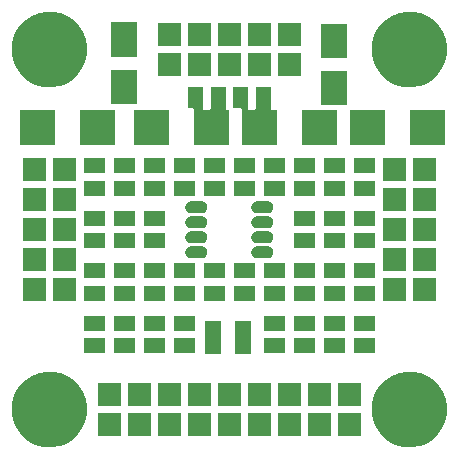
<source format=gbr>
G04 #@! TF.FileFunction,Soldermask,Top*
%FSLAX46Y46*%
G04 Gerber Fmt 4.6, Leading zero omitted, Abs format (unit mm)*
G04 Created by KiCad (PCBNEW 4.0.1-stable) date 8. 8. 2016 15:38:06*
%MOMM*%
G01*
G04 APERTURE LIST*
%ADD10C,0.100000*%
G04 APERTURE END LIST*
D10*
G36*
X132416110Y-108562128D02*
X133030848Y-108688315D01*
X133609363Y-108931500D01*
X134129631Y-109282426D01*
X134571824Y-109727717D01*
X134919105Y-110250418D01*
X135158249Y-110830622D01*
X135280004Y-111445534D01*
X135280004Y-111445551D01*
X135280137Y-111446224D01*
X135270128Y-112163007D01*
X135269977Y-112163670D01*
X135269977Y-112163694D01*
X135131099Y-112774968D01*
X134875851Y-113348261D01*
X134514107Y-113861067D01*
X134059653Y-114293838D01*
X133529787Y-114630100D01*
X132944712Y-114857036D01*
X132326688Y-114966011D01*
X131699273Y-114952868D01*
X131086359Y-114818110D01*
X130511293Y-114566871D01*
X129995980Y-114208718D01*
X129560044Y-113757294D01*
X129220093Y-113229792D01*
X128989075Y-112646307D01*
X128875790Y-112029064D01*
X128884551Y-111401576D01*
X129015027Y-110787734D01*
X129262248Y-110210925D01*
X129616795Y-109693123D01*
X130065163Y-109254048D01*
X130590276Y-108910424D01*
X131172132Y-108675339D01*
X131788571Y-108557746D01*
X132416110Y-108562128D01*
X132416110Y-108562128D01*
G37*
G36*
X162896110Y-108562128D02*
X163510848Y-108688315D01*
X164089363Y-108931500D01*
X164609631Y-109282426D01*
X165051824Y-109727717D01*
X165399105Y-110250418D01*
X165638249Y-110830622D01*
X165760004Y-111445534D01*
X165760004Y-111445551D01*
X165760137Y-111446224D01*
X165750128Y-112163007D01*
X165749977Y-112163670D01*
X165749977Y-112163694D01*
X165611099Y-112774968D01*
X165355851Y-113348261D01*
X164994107Y-113861067D01*
X164539653Y-114293838D01*
X164009787Y-114630100D01*
X163424712Y-114857036D01*
X162806688Y-114966011D01*
X162179273Y-114952868D01*
X161566359Y-114818110D01*
X160991293Y-114566871D01*
X160475980Y-114208718D01*
X160040044Y-113757294D01*
X159700093Y-113229792D01*
X159469075Y-112646307D01*
X159355790Y-112029064D01*
X159364551Y-111401576D01*
X159495027Y-110787734D01*
X159742248Y-110210925D01*
X160096795Y-109693123D01*
X160545163Y-109254048D01*
X161070276Y-108910424D01*
X161652132Y-108675339D01*
X162268571Y-108557746D01*
X162896110Y-108562128D01*
X162896110Y-108562128D01*
G37*
G36*
X143202000Y-113992000D02*
X141278000Y-113992000D01*
X141278000Y-112068000D01*
X143202000Y-112068000D01*
X143202000Y-113992000D01*
X143202000Y-113992000D01*
G37*
G36*
X145742000Y-113992000D02*
X143818000Y-113992000D01*
X143818000Y-112068000D01*
X145742000Y-112068000D01*
X145742000Y-113992000D01*
X145742000Y-113992000D01*
G37*
G36*
X148282000Y-113992000D02*
X146358000Y-113992000D01*
X146358000Y-112068000D01*
X148282000Y-112068000D01*
X148282000Y-113992000D01*
X148282000Y-113992000D01*
G37*
G36*
X140662000Y-113992000D02*
X138738000Y-113992000D01*
X138738000Y-112068000D01*
X140662000Y-112068000D01*
X140662000Y-113992000D01*
X140662000Y-113992000D01*
G37*
G36*
X150822000Y-113992000D02*
X148898000Y-113992000D01*
X148898000Y-112068000D01*
X150822000Y-112068000D01*
X150822000Y-113992000D01*
X150822000Y-113992000D01*
G37*
G36*
X153362000Y-113992000D02*
X151438000Y-113992000D01*
X151438000Y-112068000D01*
X153362000Y-112068000D01*
X153362000Y-113992000D01*
X153362000Y-113992000D01*
G37*
G36*
X138122000Y-113992000D02*
X136198000Y-113992000D01*
X136198000Y-112068000D01*
X138122000Y-112068000D01*
X138122000Y-113992000D01*
X138122000Y-113992000D01*
G37*
G36*
X155902000Y-113992000D02*
X153978000Y-113992000D01*
X153978000Y-112068000D01*
X155902000Y-112068000D01*
X155902000Y-113992000D01*
X155902000Y-113992000D01*
G37*
G36*
X158442000Y-113992000D02*
X156518000Y-113992000D01*
X156518000Y-112068000D01*
X158442000Y-112068000D01*
X158442000Y-113992000D01*
X158442000Y-113992000D01*
G37*
G36*
X150822000Y-111452000D02*
X148898000Y-111452000D01*
X148898000Y-109528000D01*
X150822000Y-109528000D01*
X150822000Y-111452000D01*
X150822000Y-111452000D01*
G37*
G36*
X155902000Y-111452000D02*
X153978000Y-111452000D01*
X153978000Y-109528000D01*
X155902000Y-109528000D01*
X155902000Y-111452000D01*
X155902000Y-111452000D01*
G37*
G36*
X153362000Y-111452000D02*
X151438000Y-111452000D01*
X151438000Y-109528000D01*
X153362000Y-109528000D01*
X153362000Y-111452000D01*
X153362000Y-111452000D01*
G37*
G36*
X148282000Y-111452000D02*
X146358000Y-111452000D01*
X146358000Y-109528000D01*
X148282000Y-109528000D01*
X148282000Y-111452000D01*
X148282000Y-111452000D01*
G37*
G36*
X143202000Y-111452000D02*
X141278000Y-111452000D01*
X141278000Y-109528000D01*
X143202000Y-109528000D01*
X143202000Y-111452000D01*
X143202000Y-111452000D01*
G37*
G36*
X138122000Y-111452000D02*
X136198000Y-111452000D01*
X136198000Y-109528000D01*
X138122000Y-109528000D01*
X138122000Y-111452000D01*
X138122000Y-111452000D01*
G37*
G36*
X158442000Y-111452000D02*
X156518000Y-111452000D01*
X156518000Y-109528000D01*
X158442000Y-109528000D01*
X158442000Y-111452000D01*
X158442000Y-111452000D01*
G37*
G36*
X140662000Y-111452000D02*
X138738000Y-111452000D01*
X138738000Y-109528000D01*
X140662000Y-109528000D01*
X140662000Y-111452000D01*
X140662000Y-111452000D01*
G37*
G36*
X145742000Y-111452000D02*
X143818000Y-111452000D01*
X143818000Y-109528000D01*
X145742000Y-109528000D01*
X145742000Y-111452000D01*
X145742000Y-111452000D01*
G37*
G36*
X149163380Y-107067020D02*
X147762620Y-107067020D01*
X147762620Y-104261500D01*
X149163380Y-104261500D01*
X149163380Y-107067020D01*
X149163380Y-107067020D01*
G37*
G36*
X146623380Y-107066500D02*
X145222620Y-107066500D01*
X145222620Y-104261500D01*
X146623380Y-104261500D01*
X146623380Y-107066500D01*
X146623380Y-107066500D01*
G37*
G36*
X154568500Y-107007000D02*
X152771500Y-107007000D01*
X152771500Y-105718000D01*
X154568500Y-105718000D01*
X154568500Y-107007000D01*
X154568500Y-107007000D01*
G37*
G36*
X136788500Y-107007000D02*
X134991500Y-107007000D01*
X134991500Y-105718000D01*
X136788500Y-105718000D01*
X136788500Y-107007000D01*
X136788500Y-107007000D01*
G37*
G36*
X139328500Y-107007000D02*
X137531500Y-107007000D01*
X137531500Y-105718000D01*
X139328500Y-105718000D01*
X139328500Y-107007000D01*
X139328500Y-107007000D01*
G37*
G36*
X141868500Y-107007000D02*
X140071500Y-107007000D01*
X140071500Y-105718000D01*
X141868500Y-105718000D01*
X141868500Y-107007000D01*
X141868500Y-107007000D01*
G37*
G36*
X144408500Y-107007000D02*
X142611500Y-107007000D01*
X142611500Y-105718000D01*
X144408500Y-105718000D01*
X144408500Y-107007000D01*
X144408500Y-107007000D01*
G37*
G36*
X152028500Y-107007000D02*
X150231500Y-107007000D01*
X150231500Y-105718000D01*
X152028500Y-105718000D01*
X152028500Y-107007000D01*
X152028500Y-107007000D01*
G37*
G36*
X157108500Y-107007000D02*
X155311500Y-107007000D01*
X155311500Y-105718000D01*
X157108500Y-105718000D01*
X157108500Y-107007000D01*
X157108500Y-107007000D01*
G37*
G36*
X159648500Y-107007000D02*
X157851500Y-107007000D01*
X157851500Y-105718000D01*
X159648500Y-105718000D01*
X159648500Y-107007000D01*
X159648500Y-107007000D01*
G37*
G36*
X136788500Y-105102000D02*
X134991500Y-105102000D01*
X134991500Y-103813000D01*
X136788500Y-103813000D01*
X136788500Y-105102000D01*
X136788500Y-105102000D01*
G37*
G36*
X152028500Y-105102000D02*
X150231500Y-105102000D01*
X150231500Y-103813000D01*
X152028500Y-103813000D01*
X152028500Y-105102000D01*
X152028500Y-105102000D01*
G37*
G36*
X144408500Y-105102000D02*
X142611500Y-105102000D01*
X142611500Y-103813000D01*
X144408500Y-103813000D01*
X144408500Y-105102000D01*
X144408500Y-105102000D01*
G37*
G36*
X139328500Y-105102000D02*
X137531500Y-105102000D01*
X137531500Y-103813000D01*
X139328500Y-103813000D01*
X139328500Y-105102000D01*
X139328500Y-105102000D01*
G37*
G36*
X141868500Y-105102000D02*
X140071500Y-105102000D01*
X140071500Y-103813000D01*
X141868500Y-103813000D01*
X141868500Y-105102000D01*
X141868500Y-105102000D01*
G37*
G36*
X159648500Y-105102000D02*
X157851500Y-105102000D01*
X157851500Y-103813000D01*
X159648500Y-103813000D01*
X159648500Y-105102000D01*
X159648500Y-105102000D01*
G37*
G36*
X154568500Y-105102000D02*
X152771500Y-105102000D01*
X152771500Y-103813000D01*
X154568500Y-103813000D01*
X154568500Y-105102000D01*
X154568500Y-105102000D01*
G37*
G36*
X157108500Y-105102000D02*
X155311500Y-105102000D01*
X155311500Y-103813000D01*
X157108500Y-103813000D01*
X157108500Y-105102000D01*
X157108500Y-105102000D01*
G37*
G36*
X131772000Y-102562000D02*
X129848000Y-102562000D01*
X129848000Y-100638000D01*
X131772000Y-100638000D01*
X131772000Y-102562000D01*
X131772000Y-102562000D01*
G37*
G36*
X159648500Y-102562000D02*
X157851500Y-102562000D01*
X157851500Y-101273000D01*
X159648500Y-101273000D01*
X159648500Y-102562000D01*
X159648500Y-102562000D01*
G37*
G36*
X136788500Y-102562000D02*
X134991500Y-102562000D01*
X134991500Y-101273000D01*
X136788500Y-101273000D01*
X136788500Y-102562000D01*
X136788500Y-102562000D01*
G37*
G36*
X162252000Y-102562000D02*
X160328000Y-102562000D01*
X160328000Y-100638000D01*
X162252000Y-100638000D01*
X162252000Y-102562000D01*
X162252000Y-102562000D01*
G37*
G36*
X139328500Y-102562000D02*
X137531500Y-102562000D01*
X137531500Y-101273000D01*
X139328500Y-101273000D01*
X139328500Y-102562000D01*
X139328500Y-102562000D01*
G37*
G36*
X144408500Y-102562000D02*
X142611500Y-102562000D01*
X142611500Y-101273000D01*
X144408500Y-101273000D01*
X144408500Y-102562000D01*
X144408500Y-102562000D01*
G37*
G36*
X146948500Y-102562000D02*
X145151500Y-102562000D01*
X145151500Y-101273000D01*
X146948500Y-101273000D01*
X146948500Y-102562000D01*
X146948500Y-102562000D01*
G37*
G36*
X149488500Y-102562000D02*
X147691500Y-102562000D01*
X147691500Y-101273000D01*
X149488500Y-101273000D01*
X149488500Y-102562000D01*
X149488500Y-102562000D01*
G37*
G36*
X134312000Y-102562000D02*
X132388000Y-102562000D01*
X132388000Y-100638000D01*
X134312000Y-100638000D01*
X134312000Y-102562000D01*
X134312000Y-102562000D01*
G37*
G36*
X154568500Y-102562000D02*
X152771500Y-102562000D01*
X152771500Y-101273000D01*
X154568500Y-101273000D01*
X154568500Y-102562000D01*
X154568500Y-102562000D01*
G37*
G36*
X141868500Y-102562000D02*
X140071500Y-102562000D01*
X140071500Y-101273000D01*
X141868500Y-101273000D01*
X141868500Y-102562000D01*
X141868500Y-102562000D01*
G37*
G36*
X152028500Y-102562000D02*
X150231500Y-102562000D01*
X150231500Y-101273000D01*
X152028500Y-101273000D01*
X152028500Y-102562000D01*
X152028500Y-102562000D01*
G37*
G36*
X157108500Y-102562000D02*
X155311500Y-102562000D01*
X155311500Y-101273000D01*
X157108500Y-101273000D01*
X157108500Y-102562000D01*
X157108500Y-102562000D01*
G37*
G36*
X164792000Y-102562000D02*
X162868000Y-102562000D01*
X162868000Y-100638000D01*
X164792000Y-100638000D01*
X164792000Y-102562000D01*
X164792000Y-102562000D01*
G37*
G36*
X154568500Y-100657000D02*
X152771500Y-100657000D01*
X152771500Y-99368000D01*
X154568500Y-99368000D01*
X154568500Y-100657000D01*
X154568500Y-100657000D01*
G37*
G36*
X141868500Y-100657000D02*
X140071500Y-100657000D01*
X140071500Y-99368000D01*
X141868500Y-99368000D01*
X141868500Y-100657000D01*
X141868500Y-100657000D01*
G37*
G36*
X149488500Y-100657000D02*
X147691500Y-100657000D01*
X147691500Y-99368000D01*
X149488500Y-99368000D01*
X149488500Y-100657000D01*
X149488500Y-100657000D01*
G37*
G36*
X146948500Y-100657000D02*
X145151500Y-100657000D01*
X145151500Y-99368000D01*
X146948500Y-99368000D01*
X146948500Y-100657000D01*
X146948500Y-100657000D01*
G37*
G36*
X159648500Y-100657000D02*
X157851500Y-100657000D01*
X157851500Y-99368000D01*
X159648500Y-99368000D01*
X159648500Y-100657000D01*
X159648500Y-100657000D01*
G37*
G36*
X139328500Y-100657000D02*
X137531500Y-100657000D01*
X137531500Y-99368000D01*
X139328500Y-99368000D01*
X139328500Y-100657000D01*
X139328500Y-100657000D01*
G37*
G36*
X157108500Y-100657000D02*
X155311500Y-100657000D01*
X155311500Y-99368000D01*
X157108500Y-99368000D01*
X157108500Y-100657000D01*
X157108500Y-100657000D01*
G37*
G36*
X152028500Y-100657000D02*
X150231500Y-100657000D01*
X150231500Y-99368000D01*
X152028500Y-99368000D01*
X152028500Y-100657000D01*
X152028500Y-100657000D01*
G37*
G36*
X136788500Y-100657000D02*
X134991500Y-100657000D01*
X134991500Y-99368000D01*
X136788500Y-99368000D01*
X136788500Y-100657000D01*
X136788500Y-100657000D01*
G37*
G36*
X144408500Y-100657000D02*
X142611500Y-100657000D01*
X142611500Y-99368000D01*
X144408500Y-99368000D01*
X144408500Y-100657000D01*
X144408500Y-100657000D01*
G37*
G36*
X131772000Y-100022000D02*
X129848000Y-100022000D01*
X129848000Y-98098000D01*
X131772000Y-98098000D01*
X131772000Y-100022000D01*
X131772000Y-100022000D01*
G37*
G36*
X134312000Y-100022000D02*
X132388000Y-100022000D01*
X132388000Y-98098000D01*
X134312000Y-98098000D01*
X134312000Y-100022000D01*
X134312000Y-100022000D01*
G37*
G36*
X162252000Y-100022000D02*
X160328000Y-100022000D01*
X160328000Y-98098000D01*
X162252000Y-98098000D01*
X162252000Y-100022000D01*
X162252000Y-100022000D01*
G37*
G36*
X164792000Y-100022000D02*
X162868000Y-100022000D01*
X162868000Y-98098000D01*
X164792000Y-98098000D01*
X164792000Y-100022000D01*
X164792000Y-100022000D01*
G37*
G36*
X150553323Y-97920220D02*
X150553331Y-97920221D01*
X150557380Y-97920249D01*
X150655286Y-97931231D01*
X150749194Y-97961020D01*
X150835527Y-98008483D01*
X150910998Y-98071810D01*
X150972731Y-98148590D01*
X151018374Y-98235899D01*
X151046191Y-98330410D01*
X151046198Y-98330484D01*
X151046204Y-98330505D01*
X151055124Y-98428519D01*
X151044836Y-98526406D01*
X151044830Y-98526424D01*
X151044822Y-98526504D01*
X151015689Y-98620618D01*
X150968830Y-98707281D01*
X150906031Y-98783191D01*
X150829684Y-98845459D01*
X150742696Y-98891711D01*
X150648382Y-98920186D01*
X150550332Y-98929800D01*
X149677597Y-98929800D01*
X149674677Y-98929780D01*
X149674669Y-98929779D01*
X149670620Y-98929751D01*
X149572714Y-98918769D01*
X149478806Y-98888980D01*
X149392473Y-98841517D01*
X149317002Y-98778190D01*
X149255269Y-98701410D01*
X149209626Y-98614101D01*
X149181809Y-98519590D01*
X149181802Y-98519516D01*
X149181796Y-98519495D01*
X149172876Y-98421481D01*
X149183164Y-98323594D01*
X149183170Y-98323576D01*
X149183178Y-98323496D01*
X149212311Y-98229382D01*
X149259170Y-98142719D01*
X149321969Y-98066809D01*
X149398316Y-98004541D01*
X149485304Y-97958289D01*
X149579618Y-97929814D01*
X149677668Y-97920200D01*
X150550403Y-97920200D01*
X150553323Y-97920220D01*
X150553323Y-97920220D01*
G37*
G36*
X144965323Y-97920220D02*
X144965331Y-97920221D01*
X144969380Y-97920249D01*
X145067286Y-97931231D01*
X145161194Y-97961020D01*
X145247527Y-98008483D01*
X145322998Y-98071810D01*
X145384731Y-98148590D01*
X145430374Y-98235899D01*
X145458191Y-98330410D01*
X145458198Y-98330484D01*
X145458204Y-98330505D01*
X145467124Y-98428519D01*
X145456836Y-98526406D01*
X145456830Y-98526424D01*
X145456822Y-98526504D01*
X145427689Y-98620618D01*
X145380830Y-98707281D01*
X145318031Y-98783191D01*
X145241684Y-98845459D01*
X145154696Y-98891711D01*
X145060382Y-98920186D01*
X144962332Y-98929800D01*
X144089597Y-98929800D01*
X144086677Y-98929780D01*
X144086669Y-98929779D01*
X144082620Y-98929751D01*
X143984714Y-98918769D01*
X143890806Y-98888980D01*
X143804473Y-98841517D01*
X143729002Y-98778190D01*
X143667269Y-98701410D01*
X143621626Y-98614101D01*
X143593809Y-98519590D01*
X143593802Y-98519516D01*
X143593796Y-98519495D01*
X143584876Y-98421481D01*
X143595164Y-98323594D01*
X143595170Y-98323576D01*
X143595178Y-98323496D01*
X143624311Y-98229382D01*
X143671170Y-98142719D01*
X143733969Y-98066809D01*
X143810316Y-98004541D01*
X143897304Y-97958289D01*
X143991618Y-97929814D01*
X144089668Y-97920200D01*
X144962403Y-97920200D01*
X144965323Y-97920220D01*
X144965323Y-97920220D01*
G37*
G36*
X154568500Y-98117000D02*
X152771500Y-98117000D01*
X152771500Y-96828000D01*
X154568500Y-96828000D01*
X154568500Y-98117000D01*
X154568500Y-98117000D01*
G37*
G36*
X139328500Y-98117000D02*
X137531500Y-98117000D01*
X137531500Y-96828000D01*
X139328500Y-96828000D01*
X139328500Y-98117000D01*
X139328500Y-98117000D01*
G37*
G36*
X141868500Y-98117000D02*
X140071500Y-98117000D01*
X140071500Y-96828000D01*
X141868500Y-96828000D01*
X141868500Y-98117000D01*
X141868500Y-98117000D01*
G37*
G36*
X157108500Y-98117000D02*
X155311500Y-98117000D01*
X155311500Y-96828000D01*
X157108500Y-96828000D01*
X157108500Y-98117000D01*
X157108500Y-98117000D01*
G37*
G36*
X136788500Y-98117000D02*
X134991500Y-98117000D01*
X134991500Y-96828000D01*
X136788500Y-96828000D01*
X136788500Y-98117000D01*
X136788500Y-98117000D01*
G37*
G36*
X159648500Y-98117000D02*
X157851500Y-98117000D01*
X157851500Y-96828000D01*
X159648500Y-96828000D01*
X159648500Y-98117000D01*
X159648500Y-98117000D01*
G37*
G36*
X144965323Y-96650220D02*
X144965331Y-96650221D01*
X144969380Y-96650249D01*
X145067286Y-96661231D01*
X145161194Y-96691020D01*
X145247527Y-96738483D01*
X145322998Y-96801810D01*
X145384731Y-96878590D01*
X145430374Y-96965899D01*
X145458191Y-97060410D01*
X145458198Y-97060484D01*
X145458204Y-97060505D01*
X145467124Y-97158519D01*
X145456836Y-97256406D01*
X145456830Y-97256424D01*
X145456822Y-97256504D01*
X145427689Y-97350618D01*
X145380830Y-97437281D01*
X145318031Y-97513191D01*
X145241684Y-97575459D01*
X145154696Y-97621711D01*
X145060382Y-97650186D01*
X144962332Y-97659800D01*
X144089597Y-97659800D01*
X144086677Y-97659780D01*
X144086669Y-97659779D01*
X144082620Y-97659751D01*
X143984714Y-97648769D01*
X143890806Y-97618980D01*
X143804473Y-97571517D01*
X143729002Y-97508190D01*
X143667269Y-97431410D01*
X143621626Y-97344101D01*
X143593809Y-97249590D01*
X143593802Y-97249516D01*
X143593796Y-97249495D01*
X143584876Y-97151481D01*
X143595164Y-97053594D01*
X143595170Y-97053576D01*
X143595178Y-97053496D01*
X143624311Y-96959382D01*
X143671170Y-96872719D01*
X143733969Y-96796809D01*
X143810316Y-96734541D01*
X143897304Y-96688289D01*
X143991618Y-96659814D01*
X144089668Y-96650200D01*
X144962403Y-96650200D01*
X144965323Y-96650220D01*
X144965323Y-96650220D01*
G37*
G36*
X150553323Y-96650220D02*
X150553331Y-96650221D01*
X150557380Y-96650249D01*
X150655286Y-96661231D01*
X150749194Y-96691020D01*
X150835527Y-96738483D01*
X150910998Y-96801810D01*
X150972731Y-96878590D01*
X151018374Y-96965899D01*
X151046191Y-97060410D01*
X151046198Y-97060484D01*
X151046204Y-97060505D01*
X151055124Y-97158519D01*
X151044836Y-97256406D01*
X151044830Y-97256424D01*
X151044822Y-97256504D01*
X151015689Y-97350618D01*
X150968830Y-97437281D01*
X150906031Y-97513191D01*
X150829684Y-97575459D01*
X150742696Y-97621711D01*
X150648382Y-97650186D01*
X150550332Y-97659800D01*
X149677597Y-97659800D01*
X149674677Y-97659780D01*
X149674669Y-97659779D01*
X149670620Y-97659751D01*
X149572714Y-97648769D01*
X149478806Y-97618980D01*
X149392473Y-97571517D01*
X149317002Y-97508190D01*
X149255269Y-97431410D01*
X149209626Y-97344101D01*
X149181809Y-97249590D01*
X149181802Y-97249516D01*
X149181796Y-97249495D01*
X149172876Y-97151481D01*
X149183164Y-97053594D01*
X149183170Y-97053576D01*
X149183178Y-97053496D01*
X149212311Y-96959382D01*
X149259170Y-96872719D01*
X149321969Y-96796809D01*
X149398316Y-96734541D01*
X149485304Y-96688289D01*
X149579618Y-96659814D01*
X149677668Y-96650200D01*
X150550403Y-96650200D01*
X150553323Y-96650220D01*
X150553323Y-96650220D01*
G37*
G36*
X134312000Y-97482000D02*
X132388000Y-97482000D01*
X132388000Y-95558000D01*
X134312000Y-95558000D01*
X134312000Y-97482000D01*
X134312000Y-97482000D01*
G37*
G36*
X131772000Y-97482000D02*
X129848000Y-97482000D01*
X129848000Y-95558000D01*
X131772000Y-95558000D01*
X131772000Y-97482000D01*
X131772000Y-97482000D01*
G37*
G36*
X162252000Y-97482000D02*
X160328000Y-97482000D01*
X160328000Y-95558000D01*
X162252000Y-95558000D01*
X162252000Y-97482000D01*
X162252000Y-97482000D01*
G37*
G36*
X164792000Y-97482000D02*
X162868000Y-97482000D01*
X162868000Y-95558000D01*
X164792000Y-95558000D01*
X164792000Y-97482000D01*
X164792000Y-97482000D01*
G37*
G36*
X144965323Y-95380220D02*
X144965331Y-95380221D01*
X144969380Y-95380249D01*
X145067286Y-95391231D01*
X145161194Y-95421020D01*
X145247527Y-95468483D01*
X145322998Y-95531810D01*
X145384731Y-95608590D01*
X145430374Y-95695899D01*
X145458191Y-95790410D01*
X145458198Y-95790484D01*
X145458204Y-95790505D01*
X145467124Y-95888519D01*
X145456836Y-95986406D01*
X145456830Y-95986424D01*
X145456822Y-95986504D01*
X145427689Y-96080618D01*
X145380830Y-96167281D01*
X145318031Y-96243191D01*
X145241684Y-96305459D01*
X145154696Y-96351711D01*
X145060382Y-96380186D01*
X144962332Y-96389800D01*
X144089597Y-96389800D01*
X144086677Y-96389780D01*
X144086669Y-96389779D01*
X144082620Y-96389751D01*
X143984714Y-96378769D01*
X143890806Y-96348980D01*
X143804473Y-96301517D01*
X143729002Y-96238190D01*
X143667269Y-96161410D01*
X143621626Y-96074101D01*
X143593809Y-95979590D01*
X143593802Y-95979516D01*
X143593796Y-95979495D01*
X143584876Y-95881481D01*
X143595164Y-95783594D01*
X143595170Y-95783576D01*
X143595178Y-95783496D01*
X143624311Y-95689382D01*
X143671170Y-95602719D01*
X143733969Y-95526809D01*
X143810316Y-95464541D01*
X143897304Y-95418289D01*
X143991618Y-95389814D01*
X144089668Y-95380200D01*
X144962403Y-95380200D01*
X144965323Y-95380220D01*
X144965323Y-95380220D01*
G37*
G36*
X150553323Y-95380220D02*
X150553331Y-95380221D01*
X150557380Y-95380249D01*
X150655286Y-95391231D01*
X150749194Y-95421020D01*
X150835527Y-95468483D01*
X150910998Y-95531810D01*
X150972731Y-95608590D01*
X151018374Y-95695899D01*
X151046191Y-95790410D01*
X151046198Y-95790484D01*
X151046204Y-95790505D01*
X151055124Y-95888519D01*
X151044836Y-95986406D01*
X151044830Y-95986424D01*
X151044822Y-95986504D01*
X151015689Y-96080618D01*
X150968830Y-96167281D01*
X150906031Y-96243191D01*
X150829684Y-96305459D01*
X150742696Y-96351711D01*
X150648382Y-96380186D01*
X150550332Y-96389800D01*
X149677597Y-96389800D01*
X149674677Y-96389780D01*
X149674669Y-96389779D01*
X149670620Y-96389751D01*
X149572714Y-96378769D01*
X149478806Y-96348980D01*
X149392473Y-96301517D01*
X149317002Y-96238190D01*
X149255269Y-96161410D01*
X149209626Y-96074101D01*
X149181809Y-95979590D01*
X149181802Y-95979516D01*
X149181796Y-95979495D01*
X149172876Y-95881481D01*
X149183164Y-95783594D01*
X149183170Y-95783576D01*
X149183178Y-95783496D01*
X149212311Y-95689382D01*
X149259170Y-95602719D01*
X149321969Y-95526809D01*
X149398316Y-95464541D01*
X149485304Y-95418289D01*
X149579618Y-95389814D01*
X149677668Y-95380200D01*
X150550403Y-95380200D01*
X150553323Y-95380220D01*
X150553323Y-95380220D01*
G37*
G36*
X157108500Y-96212000D02*
X155311500Y-96212000D01*
X155311500Y-94923000D01*
X157108500Y-94923000D01*
X157108500Y-96212000D01*
X157108500Y-96212000D01*
G37*
G36*
X139328500Y-96212000D02*
X137531500Y-96212000D01*
X137531500Y-94923000D01*
X139328500Y-94923000D01*
X139328500Y-96212000D01*
X139328500Y-96212000D01*
G37*
G36*
X159648500Y-96212000D02*
X157851500Y-96212000D01*
X157851500Y-94923000D01*
X159648500Y-94923000D01*
X159648500Y-96212000D01*
X159648500Y-96212000D01*
G37*
G36*
X154568500Y-96212000D02*
X152771500Y-96212000D01*
X152771500Y-94923000D01*
X154568500Y-94923000D01*
X154568500Y-96212000D01*
X154568500Y-96212000D01*
G37*
G36*
X141868500Y-96212000D02*
X140071500Y-96212000D01*
X140071500Y-94923000D01*
X141868500Y-94923000D01*
X141868500Y-96212000D01*
X141868500Y-96212000D01*
G37*
G36*
X136788500Y-96212000D02*
X134991500Y-96212000D01*
X134991500Y-94923000D01*
X136788500Y-94923000D01*
X136788500Y-96212000D01*
X136788500Y-96212000D01*
G37*
G36*
X150553323Y-94110220D02*
X150553331Y-94110221D01*
X150557380Y-94110249D01*
X150655286Y-94121231D01*
X150749194Y-94151020D01*
X150835527Y-94198483D01*
X150910998Y-94261810D01*
X150972731Y-94338590D01*
X151018374Y-94425899D01*
X151046191Y-94520410D01*
X151046198Y-94520484D01*
X151046204Y-94520505D01*
X151055124Y-94618519D01*
X151044836Y-94716406D01*
X151044830Y-94716424D01*
X151044822Y-94716504D01*
X151015689Y-94810618D01*
X150968830Y-94897281D01*
X150906031Y-94973191D01*
X150829684Y-95035459D01*
X150742696Y-95081711D01*
X150648382Y-95110186D01*
X150550332Y-95119800D01*
X149677597Y-95119800D01*
X149674677Y-95119780D01*
X149674669Y-95119779D01*
X149670620Y-95119751D01*
X149572714Y-95108769D01*
X149478806Y-95078980D01*
X149392473Y-95031517D01*
X149317002Y-94968190D01*
X149255269Y-94891410D01*
X149209626Y-94804101D01*
X149181809Y-94709590D01*
X149181802Y-94709516D01*
X149181796Y-94709495D01*
X149172876Y-94611481D01*
X149183164Y-94513594D01*
X149183170Y-94513576D01*
X149183178Y-94513496D01*
X149212311Y-94419382D01*
X149259170Y-94332719D01*
X149321969Y-94256809D01*
X149398316Y-94194541D01*
X149485304Y-94148289D01*
X149579618Y-94119814D01*
X149677668Y-94110200D01*
X150550403Y-94110200D01*
X150553323Y-94110220D01*
X150553323Y-94110220D01*
G37*
G36*
X144965323Y-94110220D02*
X144965331Y-94110221D01*
X144969380Y-94110249D01*
X145067286Y-94121231D01*
X145161194Y-94151020D01*
X145247527Y-94198483D01*
X145322998Y-94261810D01*
X145384731Y-94338590D01*
X145430374Y-94425899D01*
X145458191Y-94520410D01*
X145458198Y-94520484D01*
X145458204Y-94520505D01*
X145467124Y-94618519D01*
X145456836Y-94716406D01*
X145456830Y-94716424D01*
X145456822Y-94716504D01*
X145427689Y-94810618D01*
X145380830Y-94897281D01*
X145318031Y-94973191D01*
X145241684Y-95035459D01*
X145154696Y-95081711D01*
X145060382Y-95110186D01*
X144962332Y-95119800D01*
X144089597Y-95119800D01*
X144086677Y-95119780D01*
X144086669Y-95119779D01*
X144082620Y-95119751D01*
X143984714Y-95108769D01*
X143890806Y-95078980D01*
X143804473Y-95031517D01*
X143729002Y-94968190D01*
X143667269Y-94891410D01*
X143621626Y-94804101D01*
X143593809Y-94709590D01*
X143593802Y-94709516D01*
X143593796Y-94709495D01*
X143584876Y-94611481D01*
X143595164Y-94513594D01*
X143595170Y-94513576D01*
X143595178Y-94513496D01*
X143624311Y-94419382D01*
X143671170Y-94332719D01*
X143733969Y-94256809D01*
X143810316Y-94194541D01*
X143897304Y-94148289D01*
X143991618Y-94119814D01*
X144089668Y-94110200D01*
X144962403Y-94110200D01*
X144965323Y-94110220D01*
X144965323Y-94110220D01*
G37*
G36*
X162252000Y-94942000D02*
X160328000Y-94942000D01*
X160328000Y-93018000D01*
X162252000Y-93018000D01*
X162252000Y-94942000D01*
X162252000Y-94942000D01*
G37*
G36*
X131772000Y-94942000D02*
X129848000Y-94942000D01*
X129848000Y-93018000D01*
X131772000Y-93018000D01*
X131772000Y-94942000D01*
X131772000Y-94942000D01*
G37*
G36*
X134312000Y-94942000D02*
X132388000Y-94942000D01*
X132388000Y-93018000D01*
X134312000Y-93018000D01*
X134312000Y-94942000D01*
X134312000Y-94942000D01*
G37*
G36*
X164792000Y-94942000D02*
X162868000Y-94942000D01*
X162868000Y-93018000D01*
X164792000Y-93018000D01*
X164792000Y-94942000D01*
X164792000Y-94942000D01*
G37*
G36*
X146948500Y-93672000D02*
X145151500Y-93672000D01*
X145151500Y-92383000D01*
X146948500Y-92383000D01*
X146948500Y-93672000D01*
X146948500Y-93672000D01*
G37*
G36*
X159648500Y-93672000D02*
X157851500Y-93672000D01*
X157851500Y-92383000D01*
X159648500Y-92383000D01*
X159648500Y-93672000D01*
X159648500Y-93672000D01*
G37*
G36*
X141868500Y-93672000D02*
X140071500Y-93672000D01*
X140071500Y-92383000D01*
X141868500Y-92383000D01*
X141868500Y-93672000D01*
X141868500Y-93672000D01*
G37*
G36*
X154568500Y-93672000D02*
X152771500Y-93672000D01*
X152771500Y-92383000D01*
X154568500Y-92383000D01*
X154568500Y-93672000D01*
X154568500Y-93672000D01*
G37*
G36*
X139328500Y-93672000D02*
X137531500Y-93672000D01*
X137531500Y-92383000D01*
X139328500Y-92383000D01*
X139328500Y-93672000D01*
X139328500Y-93672000D01*
G37*
G36*
X157108500Y-93672000D02*
X155311500Y-93672000D01*
X155311500Y-92383000D01*
X157108500Y-92383000D01*
X157108500Y-93672000D01*
X157108500Y-93672000D01*
G37*
G36*
X144408500Y-93672000D02*
X142611500Y-93672000D01*
X142611500Y-92383000D01*
X144408500Y-92383000D01*
X144408500Y-93672000D01*
X144408500Y-93672000D01*
G37*
G36*
X152028500Y-93672000D02*
X150231500Y-93672000D01*
X150231500Y-92383000D01*
X152028500Y-92383000D01*
X152028500Y-93672000D01*
X152028500Y-93672000D01*
G37*
G36*
X136788500Y-93672000D02*
X134991500Y-93672000D01*
X134991500Y-92383000D01*
X136788500Y-92383000D01*
X136788500Y-93672000D01*
X136788500Y-93672000D01*
G37*
G36*
X149488500Y-93672000D02*
X147691500Y-93672000D01*
X147691500Y-92383000D01*
X149488500Y-92383000D01*
X149488500Y-93672000D01*
X149488500Y-93672000D01*
G37*
G36*
X131772000Y-92402000D02*
X129848000Y-92402000D01*
X129848000Y-90478000D01*
X131772000Y-90478000D01*
X131772000Y-92402000D01*
X131772000Y-92402000D01*
G37*
G36*
X162252000Y-92402000D02*
X160328000Y-92402000D01*
X160328000Y-90478000D01*
X162252000Y-90478000D01*
X162252000Y-92402000D01*
X162252000Y-92402000D01*
G37*
G36*
X164792000Y-92402000D02*
X162868000Y-92402000D01*
X162868000Y-90478000D01*
X164792000Y-90478000D01*
X164792000Y-92402000D01*
X164792000Y-92402000D01*
G37*
G36*
X134312000Y-92402000D02*
X132388000Y-92402000D01*
X132388000Y-90478000D01*
X134312000Y-90478000D01*
X134312000Y-92402000D01*
X134312000Y-92402000D01*
G37*
G36*
X152028500Y-91767000D02*
X150231500Y-91767000D01*
X150231500Y-90478000D01*
X152028500Y-90478000D01*
X152028500Y-91767000D01*
X152028500Y-91767000D01*
G37*
G36*
X149488500Y-91767000D02*
X147691500Y-91767000D01*
X147691500Y-90478000D01*
X149488500Y-90478000D01*
X149488500Y-91767000D01*
X149488500Y-91767000D01*
G37*
G36*
X159648500Y-91767000D02*
X157851500Y-91767000D01*
X157851500Y-90478000D01*
X159648500Y-90478000D01*
X159648500Y-91767000D01*
X159648500Y-91767000D01*
G37*
G36*
X144408500Y-91767000D02*
X142611500Y-91767000D01*
X142611500Y-90478000D01*
X144408500Y-90478000D01*
X144408500Y-91767000D01*
X144408500Y-91767000D01*
G37*
G36*
X146948500Y-91767000D02*
X145151500Y-91767000D01*
X145151500Y-90478000D01*
X146948500Y-90478000D01*
X146948500Y-91767000D01*
X146948500Y-91767000D01*
G37*
G36*
X141868500Y-91767000D02*
X140071500Y-91767000D01*
X140071500Y-90478000D01*
X141868500Y-90478000D01*
X141868500Y-91767000D01*
X141868500Y-91767000D01*
G37*
G36*
X154568500Y-91767000D02*
X152771500Y-91767000D01*
X152771500Y-90478000D01*
X154568500Y-90478000D01*
X154568500Y-91767000D01*
X154568500Y-91767000D01*
G37*
G36*
X157108500Y-91767000D02*
X155311500Y-91767000D01*
X155311500Y-90478000D01*
X157108500Y-90478000D01*
X157108500Y-91767000D01*
X157108500Y-91767000D01*
G37*
G36*
X139328500Y-91767000D02*
X137531500Y-91767000D01*
X137531500Y-90478000D01*
X139328500Y-90478000D01*
X139328500Y-91767000D01*
X139328500Y-91767000D01*
G37*
G36*
X136788500Y-91767000D02*
X134991500Y-91767000D01*
X134991500Y-90478000D01*
X136788500Y-90478000D01*
X136788500Y-91767000D01*
X136788500Y-91767000D01*
G37*
G36*
X160494320Y-89333680D02*
X157544160Y-89333680D01*
X157544160Y-86434320D01*
X160494320Y-86434320D01*
X160494320Y-89333680D01*
X160494320Y-89333680D01*
G37*
G36*
X145107000Y-86334320D02*
X145110959Y-86362179D01*
X145122523Y-86387833D01*
X145140776Y-86409249D01*
X145164272Y-86424732D01*
X145191152Y-86433056D01*
X145207000Y-86434320D01*
X145623000Y-86434320D01*
X145650859Y-86430361D01*
X145676513Y-86418797D01*
X145697929Y-86400544D01*
X145713412Y-86377048D01*
X145721736Y-86350168D01*
X145723000Y-86334320D01*
X145723000Y-84445500D01*
X147012000Y-84445500D01*
X147012000Y-86334320D01*
X147015959Y-86362179D01*
X147027523Y-86387833D01*
X147045776Y-86409249D01*
X147069272Y-86424732D01*
X147096152Y-86433056D01*
X147112000Y-86434320D01*
X147255840Y-86434320D01*
X147255840Y-89333680D01*
X144305680Y-89333680D01*
X144305680Y-86342500D01*
X144301721Y-86314641D01*
X144290157Y-86288987D01*
X144271904Y-86267571D01*
X144248408Y-86252088D01*
X144221528Y-86243764D01*
X144205680Y-86242500D01*
X143818000Y-86242500D01*
X143818000Y-84445500D01*
X145107000Y-84445500D01*
X145107000Y-86334320D01*
X145107000Y-86334320D01*
G37*
G36*
X165543840Y-89333680D02*
X162593680Y-89333680D01*
X162593680Y-86434320D01*
X165543840Y-86434320D01*
X165543840Y-89333680D01*
X165543840Y-89333680D01*
G37*
G36*
X137603840Y-89333680D02*
X134653680Y-89333680D01*
X134653680Y-86434320D01*
X137603840Y-86434320D01*
X137603840Y-89333680D01*
X137603840Y-89333680D01*
G37*
G36*
X132554320Y-89333680D02*
X129604160Y-89333680D01*
X129604160Y-86434320D01*
X132554320Y-86434320D01*
X132554320Y-89333680D01*
X132554320Y-89333680D01*
G37*
G36*
X156399840Y-89333680D02*
X153449680Y-89333680D01*
X153449680Y-86434320D01*
X156399840Y-86434320D01*
X156399840Y-89333680D01*
X156399840Y-89333680D01*
G37*
G36*
X148917000Y-86334320D02*
X148920959Y-86362179D01*
X148932523Y-86387833D01*
X148950776Y-86409249D01*
X148974272Y-86424732D01*
X149001152Y-86433056D01*
X149017000Y-86434320D01*
X149433000Y-86434320D01*
X149460859Y-86430361D01*
X149486513Y-86418797D01*
X149507929Y-86400544D01*
X149523412Y-86377048D01*
X149531736Y-86350168D01*
X149533000Y-86334320D01*
X149533000Y-84445500D01*
X150822000Y-84445500D01*
X150822000Y-86334320D01*
X150825959Y-86362179D01*
X150837523Y-86387833D01*
X150855776Y-86409249D01*
X150879272Y-86424732D01*
X150906152Y-86433056D01*
X150922000Y-86434320D01*
X151350320Y-86434320D01*
X151350320Y-89333680D01*
X148400160Y-89333680D01*
X148400160Y-86342500D01*
X148396201Y-86314641D01*
X148384637Y-86288987D01*
X148366384Y-86267571D01*
X148342888Y-86252088D01*
X148316008Y-86243764D01*
X148300160Y-86242500D01*
X147628000Y-86242500D01*
X147628000Y-84445500D01*
X148917000Y-84445500D01*
X148917000Y-86334320D01*
X148917000Y-86334320D01*
G37*
G36*
X142206320Y-89333680D02*
X139256160Y-89333680D01*
X139256160Y-86434320D01*
X142206320Y-86434320D01*
X142206320Y-89333680D01*
X142206320Y-89333680D01*
G37*
G36*
X157310430Y-85998660D02*
X155109570Y-85998660D01*
X155109570Y-83099300D01*
X157310430Y-83099300D01*
X157310430Y-85998660D01*
X157310430Y-85998660D01*
G37*
G36*
X139530430Y-85871660D02*
X137329570Y-85871660D01*
X137329570Y-82972300D01*
X139530430Y-82972300D01*
X139530430Y-85871660D01*
X139530430Y-85871660D01*
G37*
G36*
X132416110Y-78082128D02*
X133030848Y-78208315D01*
X133609363Y-78451500D01*
X134129631Y-78802426D01*
X134571824Y-79247717D01*
X134919105Y-79770418D01*
X135158249Y-80350622D01*
X135280004Y-80965534D01*
X135280004Y-80965551D01*
X135280137Y-80966224D01*
X135270128Y-81683007D01*
X135269977Y-81683670D01*
X135269977Y-81683694D01*
X135131099Y-82294968D01*
X134875851Y-82868261D01*
X134514107Y-83381067D01*
X134059653Y-83813838D01*
X133529787Y-84150100D01*
X132944712Y-84377036D01*
X132326688Y-84486011D01*
X131699273Y-84472868D01*
X131086359Y-84338110D01*
X130511293Y-84086871D01*
X129995980Y-83728718D01*
X129560044Y-83277294D01*
X129220093Y-82749792D01*
X128989075Y-82166307D01*
X128875790Y-81549064D01*
X128884551Y-80921576D01*
X129015027Y-80307734D01*
X129262248Y-79730925D01*
X129616795Y-79213123D01*
X130065163Y-78774048D01*
X130590276Y-78430424D01*
X131172132Y-78195339D01*
X131788571Y-78077746D01*
X132416110Y-78082128D01*
X132416110Y-78082128D01*
G37*
G36*
X162896110Y-78082128D02*
X163510848Y-78208315D01*
X164089363Y-78451500D01*
X164609631Y-78802426D01*
X165051824Y-79247717D01*
X165399105Y-79770418D01*
X165638249Y-80350622D01*
X165760004Y-80965534D01*
X165760004Y-80965551D01*
X165760137Y-80966224D01*
X165750128Y-81683007D01*
X165749977Y-81683670D01*
X165749977Y-81683694D01*
X165611099Y-82294968D01*
X165355851Y-82868261D01*
X164994107Y-83381067D01*
X164539653Y-83813838D01*
X164009787Y-84150100D01*
X163424712Y-84377036D01*
X162806688Y-84486011D01*
X162179273Y-84472868D01*
X161566359Y-84338110D01*
X160991293Y-84086871D01*
X160475980Y-83728718D01*
X160040044Y-83277294D01*
X159700093Y-82749792D01*
X159469075Y-82166307D01*
X159355790Y-81549064D01*
X159364551Y-80921576D01*
X159495027Y-80307734D01*
X159742248Y-79730925D01*
X160096795Y-79213123D01*
X160545163Y-78774048D01*
X161070276Y-78430424D01*
X161652132Y-78195339D01*
X162268571Y-78077746D01*
X162896110Y-78082128D01*
X162896110Y-78082128D01*
G37*
G36*
X153362000Y-83512000D02*
X151438000Y-83512000D01*
X151438000Y-81588000D01*
X153362000Y-81588000D01*
X153362000Y-83512000D01*
X153362000Y-83512000D01*
G37*
G36*
X150822000Y-83512000D02*
X148898000Y-83512000D01*
X148898000Y-81588000D01*
X150822000Y-81588000D01*
X150822000Y-83512000D01*
X150822000Y-83512000D01*
G37*
G36*
X148282000Y-83512000D02*
X146358000Y-83512000D01*
X146358000Y-81588000D01*
X148282000Y-81588000D01*
X148282000Y-83512000D01*
X148282000Y-83512000D01*
G37*
G36*
X145742000Y-83512000D02*
X143818000Y-83512000D01*
X143818000Y-81588000D01*
X145742000Y-81588000D01*
X145742000Y-83512000D01*
X145742000Y-83512000D01*
G37*
G36*
X143202000Y-83512000D02*
X141278000Y-83512000D01*
X141278000Y-81588000D01*
X143202000Y-81588000D01*
X143202000Y-83512000D01*
X143202000Y-83512000D01*
G37*
G36*
X157310430Y-82000700D02*
X155109570Y-82000700D01*
X155109570Y-79101340D01*
X157310430Y-79101340D01*
X157310430Y-82000700D01*
X157310430Y-82000700D01*
G37*
G36*
X139530430Y-81873700D02*
X137329570Y-81873700D01*
X137329570Y-78974340D01*
X139530430Y-78974340D01*
X139530430Y-81873700D01*
X139530430Y-81873700D01*
G37*
G36*
X143202000Y-80972000D02*
X141278000Y-80972000D01*
X141278000Y-79048000D01*
X143202000Y-79048000D01*
X143202000Y-80972000D01*
X143202000Y-80972000D01*
G37*
G36*
X145742000Y-80972000D02*
X143818000Y-80972000D01*
X143818000Y-79048000D01*
X145742000Y-79048000D01*
X145742000Y-80972000D01*
X145742000Y-80972000D01*
G37*
G36*
X148282000Y-80972000D02*
X146358000Y-80972000D01*
X146358000Y-79048000D01*
X148282000Y-79048000D01*
X148282000Y-80972000D01*
X148282000Y-80972000D01*
G37*
G36*
X150822000Y-80972000D02*
X148898000Y-80972000D01*
X148898000Y-79048000D01*
X150822000Y-79048000D01*
X150822000Y-80972000D01*
X150822000Y-80972000D01*
G37*
G36*
X153362000Y-80972000D02*
X151438000Y-80972000D01*
X151438000Y-79048000D01*
X153362000Y-79048000D01*
X153362000Y-80972000D01*
X153362000Y-80972000D01*
G37*
M02*

</source>
